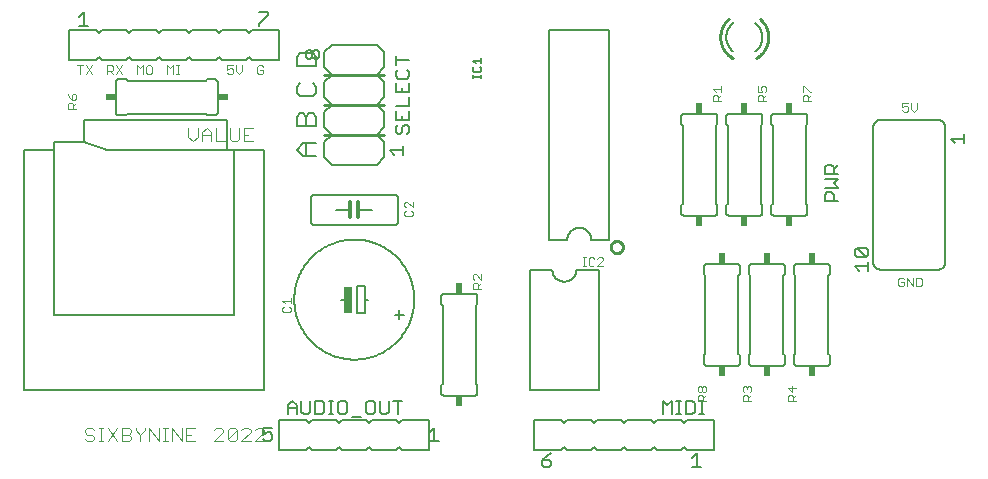
<source format=gto>
G75*
%MOIN*%
%OFA0B0*%
%FSLAX25Y25*%
%IPPOS*%
%LPD*%
%AMOC8*
5,1,8,0,0,1.08239X$1,22.5*
%
%ADD10C,0.01000*%
%ADD11C,0.00600*%
%ADD12C,0.00300*%
%ADD13C,0.00400*%
%ADD14C,0.00500*%
%ADD15C,0.00800*%
%ADD16R,0.02400X0.03400*%
%ADD17R,0.02500X0.09000*%
%ADD18C,0.01200*%
%ADD19R,0.03400X0.02400*%
D10*
X0207300Y0084300D02*
X0207302Y0084389D01*
X0207308Y0084478D01*
X0207318Y0084567D01*
X0207332Y0084655D01*
X0207349Y0084742D01*
X0207371Y0084828D01*
X0207397Y0084914D01*
X0207426Y0084998D01*
X0207459Y0085081D01*
X0207495Y0085162D01*
X0207536Y0085242D01*
X0207579Y0085319D01*
X0207626Y0085395D01*
X0207677Y0085468D01*
X0207730Y0085539D01*
X0207787Y0085608D01*
X0207847Y0085674D01*
X0207910Y0085738D01*
X0207975Y0085798D01*
X0208043Y0085856D01*
X0208114Y0085910D01*
X0208187Y0085961D01*
X0208262Y0086009D01*
X0208339Y0086054D01*
X0208418Y0086095D01*
X0208499Y0086132D01*
X0208581Y0086166D01*
X0208665Y0086197D01*
X0208750Y0086223D01*
X0208836Y0086246D01*
X0208923Y0086264D01*
X0209011Y0086279D01*
X0209100Y0086290D01*
X0209189Y0086297D01*
X0209278Y0086300D01*
X0209367Y0086299D01*
X0209456Y0086294D01*
X0209544Y0086285D01*
X0209633Y0086272D01*
X0209720Y0086255D01*
X0209807Y0086235D01*
X0209893Y0086210D01*
X0209977Y0086182D01*
X0210060Y0086150D01*
X0210142Y0086114D01*
X0210222Y0086075D01*
X0210300Y0086032D01*
X0210376Y0085986D01*
X0210450Y0085936D01*
X0210522Y0085883D01*
X0210591Y0085827D01*
X0210658Y0085768D01*
X0210722Y0085706D01*
X0210783Y0085642D01*
X0210842Y0085574D01*
X0210897Y0085504D01*
X0210949Y0085432D01*
X0210998Y0085357D01*
X0211043Y0085281D01*
X0211085Y0085202D01*
X0211123Y0085122D01*
X0211158Y0085040D01*
X0211189Y0084956D01*
X0211217Y0084871D01*
X0211240Y0084785D01*
X0211260Y0084698D01*
X0211276Y0084611D01*
X0211288Y0084522D01*
X0211296Y0084434D01*
X0211300Y0084345D01*
X0211300Y0084255D01*
X0211296Y0084166D01*
X0211288Y0084078D01*
X0211276Y0083989D01*
X0211260Y0083902D01*
X0211240Y0083815D01*
X0211217Y0083729D01*
X0211189Y0083644D01*
X0211158Y0083560D01*
X0211123Y0083478D01*
X0211085Y0083398D01*
X0211043Y0083319D01*
X0210998Y0083243D01*
X0210949Y0083168D01*
X0210897Y0083096D01*
X0210842Y0083026D01*
X0210783Y0082958D01*
X0210722Y0082894D01*
X0210658Y0082832D01*
X0210591Y0082773D01*
X0210522Y0082717D01*
X0210450Y0082664D01*
X0210376Y0082614D01*
X0210300Y0082568D01*
X0210222Y0082525D01*
X0210142Y0082486D01*
X0210060Y0082450D01*
X0209977Y0082418D01*
X0209893Y0082390D01*
X0209807Y0082365D01*
X0209720Y0082345D01*
X0209633Y0082328D01*
X0209544Y0082315D01*
X0209456Y0082306D01*
X0209367Y0082301D01*
X0209278Y0082300D01*
X0209189Y0082303D01*
X0209100Y0082310D01*
X0209011Y0082321D01*
X0208923Y0082336D01*
X0208836Y0082354D01*
X0208750Y0082377D01*
X0208665Y0082403D01*
X0208581Y0082434D01*
X0208499Y0082468D01*
X0208418Y0082505D01*
X0208339Y0082546D01*
X0208262Y0082591D01*
X0208187Y0082639D01*
X0208114Y0082690D01*
X0208043Y0082744D01*
X0207975Y0082802D01*
X0207910Y0082862D01*
X0207847Y0082926D01*
X0207787Y0082992D01*
X0207730Y0083061D01*
X0207677Y0083132D01*
X0207626Y0083205D01*
X0207579Y0083281D01*
X0207536Y0083358D01*
X0207495Y0083438D01*
X0207459Y0083519D01*
X0207426Y0083602D01*
X0207397Y0083686D01*
X0207371Y0083772D01*
X0207349Y0083858D01*
X0207332Y0083945D01*
X0207318Y0084033D01*
X0207308Y0084122D01*
X0207302Y0084211D01*
X0207300Y0084300D01*
X0131800Y0121800D02*
X0111800Y0121800D01*
X0111800Y0131800D02*
X0131800Y0131800D01*
X0131800Y0141800D02*
X0111800Y0141800D01*
X0255769Y0147354D02*
X0255938Y0147453D01*
X0256104Y0147557D01*
X0256268Y0147664D01*
X0256429Y0147775D01*
X0256587Y0147890D01*
X0256742Y0148009D01*
X0256895Y0148132D01*
X0257044Y0148258D01*
X0257190Y0148388D01*
X0257333Y0148522D01*
X0257473Y0148659D01*
X0257609Y0148799D01*
X0257742Y0148943D01*
X0257871Y0149090D01*
X0257997Y0149240D01*
X0258118Y0149393D01*
X0258237Y0149549D01*
X0258351Y0149708D01*
X0258461Y0149869D01*
X0258567Y0150034D01*
X0258670Y0150200D01*
X0258768Y0150370D01*
X0258862Y0150541D01*
X0258952Y0150715D01*
X0259037Y0150891D01*
X0259119Y0151069D01*
X0259195Y0151249D01*
X0259268Y0151431D01*
X0259336Y0151614D01*
X0259399Y0151799D01*
X0259458Y0151986D01*
X0259512Y0152174D01*
X0259562Y0152363D01*
X0259607Y0152553D01*
X0259647Y0152745D01*
X0259683Y0152937D01*
X0259714Y0153130D01*
X0259740Y0153324D01*
X0259762Y0153519D01*
X0259778Y0153714D01*
X0259790Y0153909D01*
X0259798Y0154105D01*
X0259800Y0154300D01*
X0248035Y0147241D02*
X0247867Y0147334D01*
X0247701Y0147430D01*
X0247537Y0147530D01*
X0247376Y0147635D01*
X0247217Y0147743D01*
X0247061Y0147855D01*
X0246907Y0147971D01*
X0246757Y0148090D01*
X0246609Y0148213D01*
X0246464Y0148339D01*
X0246323Y0148469D01*
X0246184Y0148602D01*
X0246049Y0148739D01*
X0245917Y0148879D01*
X0245789Y0149021D01*
X0245664Y0149167D01*
X0245542Y0149316D01*
X0245424Y0149468D01*
X0245310Y0149622D01*
X0245200Y0149780D01*
X0245093Y0149939D01*
X0244990Y0150102D01*
X0244891Y0150267D01*
X0244796Y0150434D01*
X0244706Y0150603D01*
X0244619Y0150774D01*
X0244536Y0150948D01*
X0244458Y0151123D01*
X0244384Y0151301D01*
X0244314Y0151480D01*
X0244248Y0151660D01*
X0244187Y0151842D01*
X0244130Y0152026D01*
X0244078Y0152211D01*
X0244030Y0152397D01*
X0243986Y0152584D01*
X0243947Y0152772D01*
X0243913Y0152961D01*
X0243883Y0153151D01*
X0243858Y0153341D01*
X0243837Y0153532D01*
X0243821Y0153724D01*
X0243809Y0153916D01*
X0243802Y0154108D01*
X0243800Y0154300D01*
X0256968Y0160407D02*
X0257114Y0160280D01*
X0257256Y0160151D01*
X0257396Y0160017D01*
X0257532Y0159881D01*
X0257665Y0159741D01*
X0257795Y0159598D01*
X0257921Y0159451D01*
X0258043Y0159302D01*
X0258162Y0159150D01*
X0258277Y0158995D01*
X0258389Y0158838D01*
X0258496Y0158678D01*
X0258600Y0158515D01*
X0258699Y0158349D01*
X0258795Y0158182D01*
X0258887Y0158012D01*
X0258974Y0157840D01*
X0259058Y0157666D01*
X0259137Y0157490D01*
X0259211Y0157312D01*
X0259282Y0157132D01*
X0259348Y0156951D01*
X0259410Y0156768D01*
X0259467Y0156584D01*
X0259520Y0156398D01*
X0259568Y0156211D01*
X0259612Y0156023D01*
X0259651Y0155834D01*
X0259686Y0155644D01*
X0259716Y0155454D01*
X0259742Y0155263D01*
X0259763Y0155071D01*
X0259779Y0154878D01*
X0259791Y0154686D01*
X0259798Y0154493D01*
X0259800Y0154300D01*
X0246678Y0160446D02*
X0246530Y0160319D01*
X0246385Y0160189D01*
X0246244Y0160056D01*
X0246105Y0159919D01*
X0245970Y0159779D01*
X0245839Y0159635D01*
X0245711Y0159488D01*
X0245586Y0159339D01*
X0245465Y0159186D01*
X0245348Y0159031D01*
X0245235Y0158872D01*
X0245126Y0158711D01*
X0245021Y0158547D01*
X0244919Y0158381D01*
X0244822Y0158212D01*
X0244729Y0158042D01*
X0244640Y0157868D01*
X0244555Y0157693D01*
X0244475Y0157516D01*
X0244399Y0157337D01*
X0244327Y0157156D01*
X0244260Y0156973D01*
X0244197Y0156789D01*
X0244139Y0156603D01*
X0244085Y0156416D01*
X0244036Y0156228D01*
X0243991Y0156038D01*
X0243951Y0155848D01*
X0243916Y0155656D01*
X0243885Y0155464D01*
X0243859Y0155271D01*
X0243838Y0155077D01*
X0243821Y0154883D01*
X0243809Y0154689D01*
X0243802Y0154495D01*
X0243800Y0154300D01*
D11*
X0255483Y0149564D02*
X0255602Y0149658D01*
X0255718Y0149756D01*
X0255832Y0149856D01*
X0255943Y0149960D01*
X0256051Y0150066D01*
X0256157Y0150174D01*
X0256259Y0150286D01*
X0256359Y0150400D01*
X0256457Y0150516D01*
X0256551Y0150635D01*
X0256642Y0150756D01*
X0256730Y0150880D01*
X0256815Y0151006D01*
X0256896Y0151133D01*
X0256975Y0151263D01*
X0257050Y0151395D01*
X0257121Y0151528D01*
X0257190Y0151664D01*
X0257255Y0151801D01*
X0257316Y0151939D01*
X0257374Y0152080D01*
X0257428Y0152221D01*
X0257479Y0152364D01*
X0257526Y0152508D01*
X0257570Y0152653D01*
X0257609Y0152800D01*
X0257645Y0152947D01*
X0257678Y0153095D01*
X0257706Y0153244D01*
X0257731Y0153394D01*
X0257752Y0153544D01*
X0257769Y0153694D01*
X0257783Y0153846D01*
X0257792Y0153997D01*
X0257798Y0154148D01*
X0257800Y0154300D01*
X0248200Y0149500D02*
X0248081Y0149592D01*
X0247964Y0149686D01*
X0247850Y0149784D01*
X0247738Y0149884D01*
X0247628Y0149988D01*
X0247522Y0150093D01*
X0247417Y0150202D01*
X0247316Y0150313D01*
X0247218Y0150427D01*
X0247122Y0150543D01*
X0247029Y0150661D01*
X0246940Y0150782D01*
X0246853Y0150905D01*
X0246770Y0151030D01*
X0246689Y0151157D01*
X0246612Y0151286D01*
X0246538Y0151417D01*
X0246467Y0151550D01*
X0246400Y0151684D01*
X0246336Y0151820D01*
X0246276Y0151958D01*
X0246219Y0152097D01*
X0246166Y0152238D01*
X0246116Y0152380D01*
X0246069Y0152523D01*
X0246027Y0152667D01*
X0245987Y0152812D01*
X0245952Y0152958D01*
X0245920Y0153105D01*
X0245892Y0153253D01*
X0245868Y0153401D01*
X0245847Y0153550D01*
X0245830Y0153700D01*
X0245817Y0153849D01*
X0245808Y0153999D01*
X0245802Y0154150D01*
X0245800Y0154300D01*
X0255483Y0159036D02*
X0255602Y0158942D01*
X0255718Y0158844D01*
X0255832Y0158744D01*
X0255943Y0158640D01*
X0256051Y0158534D01*
X0256157Y0158426D01*
X0256259Y0158314D01*
X0256359Y0158200D01*
X0256457Y0158084D01*
X0256551Y0157965D01*
X0256642Y0157844D01*
X0256730Y0157720D01*
X0256815Y0157594D01*
X0256896Y0157467D01*
X0256975Y0157337D01*
X0257050Y0157205D01*
X0257121Y0157072D01*
X0257190Y0156936D01*
X0257255Y0156799D01*
X0257316Y0156661D01*
X0257374Y0156520D01*
X0257428Y0156379D01*
X0257479Y0156236D01*
X0257526Y0156092D01*
X0257570Y0155947D01*
X0257609Y0155800D01*
X0257645Y0155653D01*
X0257678Y0155505D01*
X0257706Y0155356D01*
X0257731Y0155206D01*
X0257752Y0155056D01*
X0257769Y0154906D01*
X0257783Y0154754D01*
X0257792Y0154603D01*
X0257798Y0154452D01*
X0257800Y0154300D01*
X0248313Y0159182D02*
X0248188Y0159091D01*
X0248066Y0158997D01*
X0247947Y0158899D01*
X0247830Y0158799D01*
X0247716Y0158695D01*
X0247604Y0158589D01*
X0247496Y0158480D01*
X0247390Y0158368D01*
X0247287Y0158253D01*
X0247187Y0158136D01*
X0247089Y0158016D01*
X0246996Y0157894D01*
X0246905Y0157770D01*
X0246817Y0157643D01*
X0246733Y0157514D01*
X0246652Y0157382D01*
X0246575Y0157249D01*
X0246501Y0157114D01*
X0246430Y0156977D01*
X0246363Y0156838D01*
X0246300Y0156698D01*
X0246240Y0156555D01*
X0246184Y0156412D01*
X0246132Y0156267D01*
X0246083Y0156121D01*
X0246038Y0155973D01*
X0245997Y0155825D01*
X0245960Y0155675D01*
X0245926Y0155525D01*
X0245897Y0155373D01*
X0245871Y0155221D01*
X0245849Y0155069D01*
X0245832Y0154916D01*
X0245818Y0154762D01*
X0245808Y0154608D01*
X0245802Y0154454D01*
X0245800Y0154300D01*
X0246800Y0128800D02*
X0256800Y0128800D01*
X0256860Y0128798D01*
X0256921Y0128793D01*
X0256980Y0128784D01*
X0257039Y0128771D01*
X0257098Y0128755D01*
X0257155Y0128735D01*
X0257210Y0128712D01*
X0257265Y0128685D01*
X0257317Y0128656D01*
X0257368Y0128623D01*
X0257417Y0128587D01*
X0257463Y0128549D01*
X0257507Y0128507D01*
X0257549Y0128463D01*
X0257587Y0128417D01*
X0257623Y0128368D01*
X0257656Y0128317D01*
X0257685Y0128265D01*
X0257712Y0128210D01*
X0257735Y0128155D01*
X0257755Y0128098D01*
X0257771Y0128039D01*
X0257784Y0127980D01*
X0257793Y0127921D01*
X0257798Y0127860D01*
X0257800Y0127800D01*
X0257800Y0125300D01*
X0257300Y0124800D01*
X0257300Y0098800D01*
X0257800Y0098300D01*
X0257800Y0095800D01*
X0257798Y0095740D01*
X0257793Y0095679D01*
X0257784Y0095620D01*
X0257771Y0095561D01*
X0257755Y0095502D01*
X0257735Y0095445D01*
X0257712Y0095390D01*
X0257685Y0095335D01*
X0257656Y0095283D01*
X0257623Y0095232D01*
X0257587Y0095183D01*
X0257549Y0095137D01*
X0257507Y0095093D01*
X0257463Y0095051D01*
X0257417Y0095013D01*
X0257368Y0094977D01*
X0257317Y0094944D01*
X0257265Y0094915D01*
X0257210Y0094888D01*
X0257155Y0094865D01*
X0257098Y0094845D01*
X0257039Y0094829D01*
X0256980Y0094816D01*
X0256921Y0094807D01*
X0256860Y0094802D01*
X0256800Y0094800D01*
X0246800Y0094800D01*
X0246740Y0094802D01*
X0246679Y0094807D01*
X0246620Y0094816D01*
X0246561Y0094829D01*
X0246502Y0094845D01*
X0246445Y0094865D01*
X0246390Y0094888D01*
X0246335Y0094915D01*
X0246283Y0094944D01*
X0246232Y0094977D01*
X0246183Y0095013D01*
X0246137Y0095051D01*
X0246093Y0095093D01*
X0246051Y0095137D01*
X0246013Y0095183D01*
X0245977Y0095232D01*
X0245944Y0095283D01*
X0245915Y0095335D01*
X0245888Y0095390D01*
X0245865Y0095445D01*
X0245845Y0095502D01*
X0245829Y0095561D01*
X0245816Y0095620D01*
X0245807Y0095679D01*
X0245802Y0095740D01*
X0245800Y0095800D01*
X0245800Y0098300D01*
X0246300Y0098800D01*
X0246300Y0124800D01*
X0245800Y0125300D01*
X0245800Y0127800D01*
X0245802Y0127860D01*
X0245807Y0127921D01*
X0245816Y0127980D01*
X0245829Y0128039D01*
X0245845Y0128098D01*
X0245865Y0128155D01*
X0245888Y0128210D01*
X0245915Y0128265D01*
X0245944Y0128317D01*
X0245977Y0128368D01*
X0246013Y0128417D01*
X0246051Y0128463D01*
X0246093Y0128507D01*
X0246137Y0128549D01*
X0246183Y0128587D01*
X0246232Y0128623D01*
X0246283Y0128656D01*
X0246335Y0128685D01*
X0246390Y0128712D01*
X0246445Y0128735D01*
X0246502Y0128755D01*
X0246561Y0128771D01*
X0246620Y0128784D01*
X0246679Y0128793D01*
X0246740Y0128798D01*
X0246800Y0128800D01*
X0242800Y0127800D02*
X0242800Y0125300D01*
X0242300Y0124800D01*
X0242300Y0098800D01*
X0242800Y0098300D01*
X0242800Y0095800D01*
X0242798Y0095740D01*
X0242793Y0095679D01*
X0242784Y0095620D01*
X0242771Y0095561D01*
X0242755Y0095502D01*
X0242735Y0095445D01*
X0242712Y0095390D01*
X0242685Y0095335D01*
X0242656Y0095283D01*
X0242623Y0095232D01*
X0242587Y0095183D01*
X0242549Y0095137D01*
X0242507Y0095093D01*
X0242463Y0095051D01*
X0242417Y0095013D01*
X0242368Y0094977D01*
X0242317Y0094944D01*
X0242265Y0094915D01*
X0242210Y0094888D01*
X0242155Y0094865D01*
X0242098Y0094845D01*
X0242039Y0094829D01*
X0241980Y0094816D01*
X0241921Y0094807D01*
X0241860Y0094802D01*
X0241800Y0094800D01*
X0231800Y0094800D01*
X0231740Y0094802D01*
X0231679Y0094807D01*
X0231620Y0094816D01*
X0231561Y0094829D01*
X0231502Y0094845D01*
X0231445Y0094865D01*
X0231390Y0094888D01*
X0231335Y0094915D01*
X0231283Y0094944D01*
X0231232Y0094977D01*
X0231183Y0095013D01*
X0231137Y0095051D01*
X0231093Y0095093D01*
X0231051Y0095137D01*
X0231013Y0095183D01*
X0230977Y0095232D01*
X0230944Y0095283D01*
X0230915Y0095335D01*
X0230888Y0095390D01*
X0230865Y0095445D01*
X0230845Y0095502D01*
X0230829Y0095561D01*
X0230816Y0095620D01*
X0230807Y0095679D01*
X0230802Y0095740D01*
X0230800Y0095800D01*
X0230800Y0098300D01*
X0231300Y0098800D01*
X0231300Y0124800D01*
X0230800Y0125300D01*
X0230800Y0127800D01*
X0230802Y0127860D01*
X0230807Y0127921D01*
X0230816Y0127980D01*
X0230829Y0128039D01*
X0230845Y0128098D01*
X0230865Y0128155D01*
X0230888Y0128210D01*
X0230915Y0128265D01*
X0230944Y0128317D01*
X0230977Y0128368D01*
X0231013Y0128417D01*
X0231051Y0128463D01*
X0231093Y0128507D01*
X0231137Y0128549D01*
X0231183Y0128587D01*
X0231232Y0128623D01*
X0231283Y0128656D01*
X0231335Y0128685D01*
X0231390Y0128712D01*
X0231445Y0128735D01*
X0231502Y0128755D01*
X0231561Y0128771D01*
X0231620Y0128784D01*
X0231679Y0128793D01*
X0231740Y0128798D01*
X0231800Y0128800D01*
X0241800Y0128800D01*
X0241860Y0128798D01*
X0241921Y0128793D01*
X0241980Y0128784D01*
X0242039Y0128771D01*
X0242098Y0128755D01*
X0242155Y0128735D01*
X0242210Y0128712D01*
X0242265Y0128685D01*
X0242317Y0128656D01*
X0242368Y0128623D01*
X0242417Y0128587D01*
X0242463Y0128549D01*
X0242507Y0128507D01*
X0242549Y0128463D01*
X0242587Y0128417D01*
X0242623Y0128368D01*
X0242656Y0128317D01*
X0242685Y0128265D01*
X0242712Y0128210D01*
X0242735Y0128155D01*
X0242755Y0128098D01*
X0242771Y0128039D01*
X0242784Y0127980D01*
X0242793Y0127921D01*
X0242798Y0127860D01*
X0242800Y0127800D01*
X0260800Y0127800D02*
X0260800Y0125300D01*
X0261300Y0124800D01*
X0261300Y0098800D01*
X0260800Y0098300D01*
X0260800Y0095800D01*
X0260802Y0095740D01*
X0260807Y0095679D01*
X0260816Y0095620D01*
X0260829Y0095561D01*
X0260845Y0095502D01*
X0260865Y0095445D01*
X0260888Y0095390D01*
X0260915Y0095335D01*
X0260944Y0095283D01*
X0260977Y0095232D01*
X0261013Y0095183D01*
X0261051Y0095137D01*
X0261093Y0095093D01*
X0261137Y0095051D01*
X0261183Y0095013D01*
X0261232Y0094977D01*
X0261283Y0094944D01*
X0261335Y0094915D01*
X0261390Y0094888D01*
X0261445Y0094865D01*
X0261502Y0094845D01*
X0261561Y0094829D01*
X0261620Y0094816D01*
X0261679Y0094807D01*
X0261740Y0094802D01*
X0261800Y0094800D01*
X0271800Y0094800D01*
X0271860Y0094802D01*
X0271921Y0094807D01*
X0271980Y0094816D01*
X0272039Y0094829D01*
X0272098Y0094845D01*
X0272155Y0094865D01*
X0272210Y0094888D01*
X0272265Y0094915D01*
X0272317Y0094944D01*
X0272368Y0094977D01*
X0272417Y0095013D01*
X0272463Y0095051D01*
X0272507Y0095093D01*
X0272549Y0095137D01*
X0272587Y0095183D01*
X0272623Y0095232D01*
X0272656Y0095283D01*
X0272685Y0095335D01*
X0272712Y0095390D01*
X0272735Y0095445D01*
X0272755Y0095502D01*
X0272771Y0095561D01*
X0272784Y0095620D01*
X0272793Y0095679D01*
X0272798Y0095740D01*
X0272800Y0095800D01*
X0272800Y0098300D01*
X0272300Y0098800D01*
X0272300Y0124800D01*
X0272800Y0125300D01*
X0272800Y0127800D01*
X0272798Y0127860D01*
X0272793Y0127921D01*
X0272784Y0127980D01*
X0272771Y0128039D01*
X0272755Y0128098D01*
X0272735Y0128155D01*
X0272712Y0128210D01*
X0272685Y0128265D01*
X0272656Y0128317D01*
X0272623Y0128368D01*
X0272587Y0128417D01*
X0272549Y0128463D01*
X0272507Y0128507D01*
X0272463Y0128549D01*
X0272417Y0128587D01*
X0272368Y0128623D01*
X0272317Y0128656D01*
X0272265Y0128685D01*
X0272210Y0128712D01*
X0272155Y0128735D01*
X0272098Y0128755D01*
X0272039Y0128771D01*
X0271980Y0128784D01*
X0271921Y0128793D01*
X0271860Y0128798D01*
X0271800Y0128800D01*
X0261800Y0128800D01*
X0261740Y0128798D01*
X0261679Y0128793D01*
X0261620Y0128784D01*
X0261561Y0128771D01*
X0261502Y0128755D01*
X0261445Y0128735D01*
X0261390Y0128712D01*
X0261335Y0128685D01*
X0261283Y0128656D01*
X0261232Y0128623D01*
X0261183Y0128587D01*
X0261137Y0128549D01*
X0261093Y0128507D01*
X0261051Y0128463D01*
X0261013Y0128417D01*
X0260977Y0128368D01*
X0260944Y0128317D01*
X0260915Y0128265D01*
X0260888Y0128210D01*
X0260865Y0128155D01*
X0260845Y0128098D01*
X0260829Y0128039D01*
X0260816Y0127980D01*
X0260807Y0127921D01*
X0260802Y0127860D01*
X0260800Y0127800D01*
X0294800Y0124300D02*
X0294800Y0079300D01*
X0294802Y0079202D01*
X0294808Y0079104D01*
X0294817Y0079006D01*
X0294831Y0078909D01*
X0294848Y0078812D01*
X0294869Y0078716D01*
X0294894Y0078621D01*
X0294922Y0078527D01*
X0294955Y0078435D01*
X0294990Y0078343D01*
X0295030Y0078253D01*
X0295072Y0078165D01*
X0295119Y0078078D01*
X0295168Y0077994D01*
X0295221Y0077911D01*
X0295277Y0077831D01*
X0295337Y0077752D01*
X0295399Y0077676D01*
X0295464Y0077603D01*
X0295532Y0077532D01*
X0295603Y0077464D01*
X0295676Y0077399D01*
X0295752Y0077337D01*
X0295831Y0077277D01*
X0295911Y0077221D01*
X0295994Y0077168D01*
X0296078Y0077119D01*
X0296165Y0077072D01*
X0296253Y0077030D01*
X0296343Y0076990D01*
X0296435Y0076955D01*
X0296527Y0076922D01*
X0296621Y0076894D01*
X0296716Y0076869D01*
X0296812Y0076848D01*
X0296909Y0076831D01*
X0297006Y0076817D01*
X0297104Y0076808D01*
X0297202Y0076802D01*
X0297300Y0076800D01*
X0316300Y0076800D01*
X0316398Y0076802D01*
X0316496Y0076808D01*
X0316594Y0076817D01*
X0316691Y0076831D01*
X0316788Y0076848D01*
X0316884Y0076869D01*
X0316979Y0076894D01*
X0317073Y0076922D01*
X0317165Y0076955D01*
X0317257Y0076990D01*
X0317347Y0077030D01*
X0317435Y0077072D01*
X0317522Y0077119D01*
X0317606Y0077168D01*
X0317689Y0077221D01*
X0317769Y0077277D01*
X0317848Y0077337D01*
X0317924Y0077399D01*
X0317997Y0077464D01*
X0318068Y0077532D01*
X0318136Y0077603D01*
X0318201Y0077676D01*
X0318263Y0077752D01*
X0318323Y0077831D01*
X0318379Y0077911D01*
X0318432Y0077994D01*
X0318481Y0078078D01*
X0318528Y0078165D01*
X0318570Y0078253D01*
X0318610Y0078343D01*
X0318645Y0078435D01*
X0318678Y0078527D01*
X0318706Y0078621D01*
X0318731Y0078716D01*
X0318752Y0078812D01*
X0318769Y0078909D01*
X0318783Y0079006D01*
X0318792Y0079104D01*
X0318798Y0079202D01*
X0318800Y0079300D01*
X0318800Y0124300D01*
X0318798Y0124398D01*
X0318792Y0124496D01*
X0318783Y0124594D01*
X0318769Y0124691D01*
X0318752Y0124788D01*
X0318731Y0124884D01*
X0318706Y0124979D01*
X0318678Y0125073D01*
X0318645Y0125165D01*
X0318610Y0125257D01*
X0318570Y0125347D01*
X0318528Y0125435D01*
X0318481Y0125522D01*
X0318432Y0125606D01*
X0318379Y0125689D01*
X0318323Y0125769D01*
X0318263Y0125848D01*
X0318201Y0125924D01*
X0318136Y0125997D01*
X0318068Y0126068D01*
X0317997Y0126136D01*
X0317924Y0126201D01*
X0317848Y0126263D01*
X0317769Y0126323D01*
X0317689Y0126379D01*
X0317606Y0126432D01*
X0317522Y0126481D01*
X0317435Y0126528D01*
X0317347Y0126570D01*
X0317257Y0126610D01*
X0317165Y0126645D01*
X0317073Y0126678D01*
X0316979Y0126706D01*
X0316884Y0126731D01*
X0316788Y0126752D01*
X0316691Y0126769D01*
X0316594Y0126783D01*
X0316496Y0126792D01*
X0316398Y0126798D01*
X0316300Y0126800D01*
X0297300Y0126800D01*
X0297202Y0126798D01*
X0297104Y0126792D01*
X0297006Y0126783D01*
X0296909Y0126769D01*
X0296812Y0126752D01*
X0296716Y0126731D01*
X0296621Y0126706D01*
X0296527Y0126678D01*
X0296435Y0126645D01*
X0296343Y0126610D01*
X0296253Y0126570D01*
X0296165Y0126528D01*
X0296078Y0126481D01*
X0295994Y0126432D01*
X0295911Y0126379D01*
X0295831Y0126323D01*
X0295752Y0126263D01*
X0295676Y0126201D01*
X0295603Y0126136D01*
X0295532Y0126068D01*
X0295464Y0125997D01*
X0295399Y0125924D01*
X0295337Y0125848D01*
X0295277Y0125769D01*
X0295221Y0125689D01*
X0295168Y0125606D01*
X0295119Y0125522D01*
X0295072Y0125435D01*
X0295030Y0125347D01*
X0294990Y0125257D01*
X0294955Y0125165D01*
X0294922Y0125073D01*
X0294894Y0124979D01*
X0294869Y0124884D01*
X0294848Y0124788D01*
X0294831Y0124691D01*
X0294817Y0124594D01*
X0294808Y0124496D01*
X0294802Y0124398D01*
X0294800Y0124300D01*
X0279300Y0078800D02*
X0269300Y0078800D01*
X0269240Y0078798D01*
X0269179Y0078793D01*
X0269120Y0078784D01*
X0269061Y0078771D01*
X0269002Y0078755D01*
X0268945Y0078735D01*
X0268890Y0078712D01*
X0268835Y0078685D01*
X0268783Y0078656D01*
X0268732Y0078623D01*
X0268683Y0078587D01*
X0268637Y0078549D01*
X0268593Y0078507D01*
X0268551Y0078463D01*
X0268513Y0078417D01*
X0268477Y0078368D01*
X0268444Y0078317D01*
X0268415Y0078265D01*
X0268388Y0078210D01*
X0268365Y0078155D01*
X0268345Y0078098D01*
X0268329Y0078039D01*
X0268316Y0077980D01*
X0268307Y0077921D01*
X0268302Y0077860D01*
X0268300Y0077800D01*
X0268300Y0075300D01*
X0268800Y0074800D01*
X0268800Y0048800D01*
X0268300Y0048300D01*
X0268300Y0045800D01*
X0268302Y0045740D01*
X0268307Y0045679D01*
X0268316Y0045620D01*
X0268329Y0045561D01*
X0268345Y0045502D01*
X0268365Y0045445D01*
X0268388Y0045390D01*
X0268415Y0045335D01*
X0268444Y0045283D01*
X0268477Y0045232D01*
X0268513Y0045183D01*
X0268551Y0045137D01*
X0268593Y0045093D01*
X0268637Y0045051D01*
X0268683Y0045013D01*
X0268732Y0044977D01*
X0268783Y0044944D01*
X0268835Y0044915D01*
X0268890Y0044888D01*
X0268945Y0044865D01*
X0269002Y0044845D01*
X0269061Y0044829D01*
X0269120Y0044816D01*
X0269179Y0044807D01*
X0269240Y0044802D01*
X0269300Y0044800D01*
X0279300Y0044800D01*
X0279360Y0044802D01*
X0279421Y0044807D01*
X0279480Y0044816D01*
X0279539Y0044829D01*
X0279598Y0044845D01*
X0279655Y0044865D01*
X0279710Y0044888D01*
X0279765Y0044915D01*
X0279817Y0044944D01*
X0279868Y0044977D01*
X0279917Y0045013D01*
X0279963Y0045051D01*
X0280007Y0045093D01*
X0280049Y0045137D01*
X0280087Y0045183D01*
X0280123Y0045232D01*
X0280156Y0045283D01*
X0280185Y0045335D01*
X0280212Y0045390D01*
X0280235Y0045445D01*
X0280255Y0045502D01*
X0280271Y0045561D01*
X0280284Y0045620D01*
X0280293Y0045679D01*
X0280298Y0045740D01*
X0280300Y0045800D01*
X0280300Y0048300D01*
X0279800Y0048800D01*
X0279800Y0074800D01*
X0280300Y0075300D01*
X0280300Y0077800D01*
X0280298Y0077860D01*
X0280293Y0077921D01*
X0280284Y0077980D01*
X0280271Y0078039D01*
X0280255Y0078098D01*
X0280235Y0078155D01*
X0280212Y0078210D01*
X0280185Y0078265D01*
X0280156Y0078317D01*
X0280123Y0078368D01*
X0280087Y0078417D01*
X0280049Y0078463D01*
X0280007Y0078507D01*
X0279963Y0078549D01*
X0279917Y0078587D01*
X0279868Y0078623D01*
X0279817Y0078656D01*
X0279765Y0078685D01*
X0279710Y0078712D01*
X0279655Y0078735D01*
X0279598Y0078755D01*
X0279539Y0078771D01*
X0279480Y0078784D01*
X0279421Y0078793D01*
X0279360Y0078798D01*
X0279300Y0078800D01*
X0265300Y0077800D02*
X0265300Y0075300D01*
X0264800Y0074800D01*
X0264800Y0048800D01*
X0265300Y0048300D01*
X0265300Y0045800D01*
X0265298Y0045740D01*
X0265293Y0045679D01*
X0265284Y0045620D01*
X0265271Y0045561D01*
X0265255Y0045502D01*
X0265235Y0045445D01*
X0265212Y0045390D01*
X0265185Y0045335D01*
X0265156Y0045283D01*
X0265123Y0045232D01*
X0265087Y0045183D01*
X0265049Y0045137D01*
X0265007Y0045093D01*
X0264963Y0045051D01*
X0264917Y0045013D01*
X0264868Y0044977D01*
X0264817Y0044944D01*
X0264765Y0044915D01*
X0264710Y0044888D01*
X0264655Y0044865D01*
X0264598Y0044845D01*
X0264539Y0044829D01*
X0264480Y0044816D01*
X0264421Y0044807D01*
X0264360Y0044802D01*
X0264300Y0044800D01*
X0254300Y0044800D01*
X0254240Y0044802D01*
X0254179Y0044807D01*
X0254120Y0044816D01*
X0254061Y0044829D01*
X0254002Y0044845D01*
X0253945Y0044865D01*
X0253890Y0044888D01*
X0253835Y0044915D01*
X0253783Y0044944D01*
X0253732Y0044977D01*
X0253683Y0045013D01*
X0253637Y0045051D01*
X0253593Y0045093D01*
X0253551Y0045137D01*
X0253513Y0045183D01*
X0253477Y0045232D01*
X0253444Y0045283D01*
X0253415Y0045335D01*
X0253388Y0045390D01*
X0253365Y0045445D01*
X0253345Y0045502D01*
X0253329Y0045561D01*
X0253316Y0045620D01*
X0253307Y0045679D01*
X0253302Y0045740D01*
X0253300Y0045800D01*
X0253300Y0048300D01*
X0253800Y0048800D01*
X0253800Y0074800D01*
X0253300Y0075300D01*
X0253300Y0077800D01*
X0253302Y0077860D01*
X0253307Y0077921D01*
X0253316Y0077980D01*
X0253329Y0078039D01*
X0253345Y0078098D01*
X0253365Y0078155D01*
X0253388Y0078210D01*
X0253415Y0078265D01*
X0253444Y0078317D01*
X0253477Y0078368D01*
X0253513Y0078417D01*
X0253551Y0078463D01*
X0253593Y0078507D01*
X0253637Y0078549D01*
X0253683Y0078587D01*
X0253732Y0078623D01*
X0253783Y0078656D01*
X0253835Y0078685D01*
X0253890Y0078712D01*
X0253945Y0078735D01*
X0254002Y0078755D01*
X0254061Y0078771D01*
X0254120Y0078784D01*
X0254179Y0078793D01*
X0254240Y0078798D01*
X0254300Y0078800D01*
X0264300Y0078800D01*
X0264360Y0078798D01*
X0264421Y0078793D01*
X0264480Y0078784D01*
X0264539Y0078771D01*
X0264598Y0078755D01*
X0264655Y0078735D01*
X0264710Y0078712D01*
X0264765Y0078685D01*
X0264817Y0078656D01*
X0264868Y0078623D01*
X0264917Y0078587D01*
X0264963Y0078549D01*
X0265007Y0078507D01*
X0265049Y0078463D01*
X0265087Y0078417D01*
X0265123Y0078368D01*
X0265156Y0078317D01*
X0265185Y0078265D01*
X0265212Y0078210D01*
X0265235Y0078155D01*
X0265255Y0078098D01*
X0265271Y0078039D01*
X0265284Y0077980D01*
X0265293Y0077921D01*
X0265298Y0077860D01*
X0265300Y0077800D01*
X0250300Y0077800D02*
X0250300Y0075300D01*
X0249800Y0074800D01*
X0249800Y0048800D01*
X0250300Y0048300D01*
X0250300Y0045800D01*
X0250298Y0045740D01*
X0250293Y0045679D01*
X0250284Y0045620D01*
X0250271Y0045561D01*
X0250255Y0045502D01*
X0250235Y0045445D01*
X0250212Y0045390D01*
X0250185Y0045335D01*
X0250156Y0045283D01*
X0250123Y0045232D01*
X0250087Y0045183D01*
X0250049Y0045137D01*
X0250007Y0045093D01*
X0249963Y0045051D01*
X0249917Y0045013D01*
X0249868Y0044977D01*
X0249817Y0044944D01*
X0249765Y0044915D01*
X0249710Y0044888D01*
X0249655Y0044865D01*
X0249598Y0044845D01*
X0249539Y0044829D01*
X0249480Y0044816D01*
X0249421Y0044807D01*
X0249360Y0044802D01*
X0249300Y0044800D01*
X0239300Y0044800D01*
X0239240Y0044802D01*
X0239179Y0044807D01*
X0239120Y0044816D01*
X0239061Y0044829D01*
X0239002Y0044845D01*
X0238945Y0044865D01*
X0238890Y0044888D01*
X0238835Y0044915D01*
X0238783Y0044944D01*
X0238732Y0044977D01*
X0238683Y0045013D01*
X0238637Y0045051D01*
X0238593Y0045093D01*
X0238551Y0045137D01*
X0238513Y0045183D01*
X0238477Y0045232D01*
X0238444Y0045283D01*
X0238415Y0045335D01*
X0238388Y0045390D01*
X0238365Y0045445D01*
X0238345Y0045502D01*
X0238329Y0045561D01*
X0238316Y0045620D01*
X0238307Y0045679D01*
X0238302Y0045740D01*
X0238300Y0045800D01*
X0238300Y0048300D01*
X0238800Y0048800D01*
X0238800Y0074800D01*
X0238300Y0075300D01*
X0238300Y0077800D01*
X0238302Y0077860D01*
X0238307Y0077921D01*
X0238316Y0077980D01*
X0238329Y0078039D01*
X0238345Y0078098D01*
X0238365Y0078155D01*
X0238388Y0078210D01*
X0238415Y0078265D01*
X0238444Y0078317D01*
X0238477Y0078368D01*
X0238513Y0078417D01*
X0238551Y0078463D01*
X0238593Y0078507D01*
X0238637Y0078549D01*
X0238683Y0078587D01*
X0238732Y0078623D01*
X0238783Y0078656D01*
X0238835Y0078685D01*
X0238890Y0078712D01*
X0238945Y0078735D01*
X0239002Y0078755D01*
X0239061Y0078771D01*
X0239120Y0078784D01*
X0239179Y0078793D01*
X0239240Y0078798D01*
X0239300Y0078800D01*
X0249300Y0078800D01*
X0249360Y0078798D01*
X0249421Y0078793D01*
X0249480Y0078784D01*
X0249539Y0078771D01*
X0249598Y0078755D01*
X0249655Y0078735D01*
X0249710Y0078712D01*
X0249765Y0078685D01*
X0249817Y0078656D01*
X0249868Y0078623D01*
X0249917Y0078587D01*
X0249963Y0078549D01*
X0250007Y0078507D01*
X0250049Y0078463D01*
X0250087Y0078417D01*
X0250123Y0078368D01*
X0250156Y0078317D01*
X0250185Y0078265D01*
X0250212Y0078210D01*
X0250235Y0078155D01*
X0250255Y0078098D01*
X0250271Y0078039D01*
X0250284Y0077980D01*
X0250293Y0077921D01*
X0250298Y0077860D01*
X0250300Y0077800D01*
X0203300Y0076800D02*
X0195800Y0076800D01*
X0195798Y0076674D01*
X0195792Y0076549D01*
X0195782Y0076424D01*
X0195768Y0076299D01*
X0195751Y0076174D01*
X0195729Y0076050D01*
X0195704Y0075927D01*
X0195674Y0075805D01*
X0195641Y0075684D01*
X0195604Y0075564D01*
X0195564Y0075445D01*
X0195519Y0075328D01*
X0195471Y0075211D01*
X0195419Y0075097D01*
X0195364Y0074984D01*
X0195305Y0074873D01*
X0195243Y0074764D01*
X0195177Y0074657D01*
X0195108Y0074552D01*
X0195036Y0074449D01*
X0194961Y0074348D01*
X0194882Y0074250D01*
X0194800Y0074155D01*
X0194716Y0074062D01*
X0194628Y0073972D01*
X0194538Y0073884D01*
X0194445Y0073800D01*
X0194350Y0073718D01*
X0194252Y0073639D01*
X0194151Y0073564D01*
X0194048Y0073492D01*
X0193943Y0073423D01*
X0193836Y0073357D01*
X0193727Y0073295D01*
X0193616Y0073236D01*
X0193503Y0073181D01*
X0193389Y0073129D01*
X0193272Y0073081D01*
X0193155Y0073036D01*
X0193036Y0072996D01*
X0192916Y0072959D01*
X0192795Y0072926D01*
X0192673Y0072896D01*
X0192550Y0072871D01*
X0192426Y0072849D01*
X0192301Y0072832D01*
X0192176Y0072818D01*
X0192051Y0072808D01*
X0191926Y0072802D01*
X0191800Y0072800D01*
X0191674Y0072802D01*
X0191549Y0072808D01*
X0191424Y0072818D01*
X0191299Y0072832D01*
X0191174Y0072849D01*
X0191050Y0072871D01*
X0190927Y0072896D01*
X0190805Y0072926D01*
X0190684Y0072959D01*
X0190564Y0072996D01*
X0190445Y0073036D01*
X0190328Y0073081D01*
X0190211Y0073129D01*
X0190097Y0073181D01*
X0189984Y0073236D01*
X0189873Y0073295D01*
X0189764Y0073357D01*
X0189657Y0073423D01*
X0189552Y0073492D01*
X0189449Y0073564D01*
X0189348Y0073639D01*
X0189250Y0073718D01*
X0189155Y0073800D01*
X0189062Y0073884D01*
X0188972Y0073972D01*
X0188884Y0074062D01*
X0188800Y0074155D01*
X0188718Y0074250D01*
X0188639Y0074348D01*
X0188564Y0074449D01*
X0188492Y0074552D01*
X0188423Y0074657D01*
X0188357Y0074764D01*
X0188295Y0074873D01*
X0188236Y0074984D01*
X0188181Y0075097D01*
X0188129Y0075211D01*
X0188081Y0075328D01*
X0188036Y0075445D01*
X0187996Y0075564D01*
X0187959Y0075684D01*
X0187926Y0075805D01*
X0187896Y0075927D01*
X0187871Y0076050D01*
X0187849Y0076174D01*
X0187832Y0076299D01*
X0187818Y0076424D01*
X0187808Y0076549D01*
X0187802Y0076674D01*
X0187800Y0076800D01*
X0180300Y0076800D01*
X0180300Y0036800D01*
X0203300Y0036800D01*
X0203300Y0076800D01*
X0162800Y0067800D02*
X0162800Y0065300D01*
X0162300Y0064800D01*
X0162300Y0038800D01*
X0162800Y0038300D01*
X0162800Y0035800D01*
X0162798Y0035740D01*
X0162793Y0035679D01*
X0162784Y0035620D01*
X0162771Y0035561D01*
X0162755Y0035502D01*
X0162735Y0035445D01*
X0162712Y0035390D01*
X0162685Y0035335D01*
X0162656Y0035283D01*
X0162623Y0035232D01*
X0162587Y0035183D01*
X0162549Y0035137D01*
X0162507Y0035093D01*
X0162463Y0035051D01*
X0162417Y0035013D01*
X0162368Y0034977D01*
X0162317Y0034944D01*
X0162265Y0034915D01*
X0162210Y0034888D01*
X0162155Y0034865D01*
X0162098Y0034845D01*
X0162039Y0034829D01*
X0161980Y0034816D01*
X0161921Y0034807D01*
X0161860Y0034802D01*
X0161800Y0034800D01*
X0151800Y0034800D01*
X0151740Y0034802D01*
X0151679Y0034807D01*
X0151620Y0034816D01*
X0151561Y0034829D01*
X0151502Y0034845D01*
X0151445Y0034865D01*
X0151390Y0034888D01*
X0151335Y0034915D01*
X0151283Y0034944D01*
X0151232Y0034977D01*
X0151183Y0035013D01*
X0151137Y0035051D01*
X0151093Y0035093D01*
X0151051Y0035137D01*
X0151013Y0035183D01*
X0150977Y0035232D01*
X0150944Y0035283D01*
X0150915Y0035335D01*
X0150888Y0035390D01*
X0150865Y0035445D01*
X0150845Y0035502D01*
X0150829Y0035561D01*
X0150816Y0035620D01*
X0150807Y0035679D01*
X0150802Y0035740D01*
X0150800Y0035800D01*
X0150800Y0038300D01*
X0151300Y0038800D01*
X0151300Y0064800D01*
X0150800Y0065300D01*
X0150800Y0067800D01*
X0150802Y0067860D01*
X0150807Y0067921D01*
X0150816Y0067980D01*
X0150829Y0068039D01*
X0150845Y0068098D01*
X0150865Y0068155D01*
X0150888Y0068210D01*
X0150915Y0068265D01*
X0150944Y0068317D01*
X0150977Y0068368D01*
X0151013Y0068417D01*
X0151051Y0068463D01*
X0151093Y0068507D01*
X0151137Y0068549D01*
X0151183Y0068587D01*
X0151232Y0068623D01*
X0151283Y0068656D01*
X0151335Y0068685D01*
X0151390Y0068712D01*
X0151445Y0068735D01*
X0151502Y0068755D01*
X0151561Y0068771D01*
X0151620Y0068784D01*
X0151679Y0068793D01*
X0151740Y0068798D01*
X0151800Y0068800D01*
X0161800Y0068800D01*
X0161860Y0068798D01*
X0161921Y0068793D01*
X0161980Y0068784D01*
X0162039Y0068771D01*
X0162098Y0068755D01*
X0162155Y0068735D01*
X0162210Y0068712D01*
X0162265Y0068685D01*
X0162317Y0068656D01*
X0162368Y0068623D01*
X0162417Y0068587D01*
X0162463Y0068549D01*
X0162507Y0068507D01*
X0162549Y0068463D01*
X0162587Y0068417D01*
X0162623Y0068368D01*
X0162656Y0068317D01*
X0162685Y0068265D01*
X0162712Y0068210D01*
X0162735Y0068155D01*
X0162755Y0068098D01*
X0162771Y0068039D01*
X0162784Y0067980D01*
X0162793Y0067921D01*
X0162798Y0067860D01*
X0162800Y0067800D01*
X0138300Y0061800D02*
X0135300Y0061800D01*
X0136800Y0060300D02*
X0136800Y0063300D01*
X0126300Y0066800D02*
X0125300Y0066800D01*
X0125300Y0062300D01*
X0122800Y0062300D01*
X0122800Y0071300D01*
X0125300Y0071300D01*
X0125300Y0066800D01*
X0101800Y0066800D02*
X0101806Y0067291D01*
X0101824Y0067781D01*
X0101854Y0068271D01*
X0101896Y0068760D01*
X0101950Y0069248D01*
X0102016Y0069735D01*
X0102094Y0070219D01*
X0102184Y0070702D01*
X0102286Y0071182D01*
X0102399Y0071660D01*
X0102524Y0072134D01*
X0102661Y0072606D01*
X0102809Y0073074D01*
X0102969Y0073538D01*
X0103140Y0073998D01*
X0103322Y0074454D01*
X0103516Y0074905D01*
X0103720Y0075351D01*
X0103936Y0075792D01*
X0104162Y0076228D01*
X0104398Y0076658D01*
X0104645Y0077082D01*
X0104903Y0077500D01*
X0105171Y0077911D01*
X0105448Y0078316D01*
X0105736Y0078714D01*
X0106033Y0079105D01*
X0106340Y0079488D01*
X0106656Y0079863D01*
X0106981Y0080231D01*
X0107315Y0080591D01*
X0107658Y0080942D01*
X0108009Y0081285D01*
X0108369Y0081619D01*
X0108737Y0081944D01*
X0109112Y0082260D01*
X0109495Y0082567D01*
X0109886Y0082864D01*
X0110284Y0083152D01*
X0110689Y0083429D01*
X0111100Y0083697D01*
X0111518Y0083955D01*
X0111942Y0084202D01*
X0112372Y0084438D01*
X0112808Y0084664D01*
X0113249Y0084880D01*
X0113695Y0085084D01*
X0114146Y0085278D01*
X0114602Y0085460D01*
X0115062Y0085631D01*
X0115526Y0085791D01*
X0115994Y0085939D01*
X0116466Y0086076D01*
X0116940Y0086201D01*
X0117418Y0086314D01*
X0117898Y0086416D01*
X0118381Y0086506D01*
X0118865Y0086584D01*
X0119352Y0086650D01*
X0119840Y0086704D01*
X0120329Y0086746D01*
X0120819Y0086776D01*
X0121309Y0086794D01*
X0121800Y0086800D01*
X0122291Y0086794D01*
X0122781Y0086776D01*
X0123271Y0086746D01*
X0123760Y0086704D01*
X0124248Y0086650D01*
X0124735Y0086584D01*
X0125219Y0086506D01*
X0125702Y0086416D01*
X0126182Y0086314D01*
X0126660Y0086201D01*
X0127134Y0086076D01*
X0127606Y0085939D01*
X0128074Y0085791D01*
X0128538Y0085631D01*
X0128998Y0085460D01*
X0129454Y0085278D01*
X0129905Y0085084D01*
X0130351Y0084880D01*
X0130792Y0084664D01*
X0131228Y0084438D01*
X0131658Y0084202D01*
X0132082Y0083955D01*
X0132500Y0083697D01*
X0132911Y0083429D01*
X0133316Y0083152D01*
X0133714Y0082864D01*
X0134105Y0082567D01*
X0134488Y0082260D01*
X0134863Y0081944D01*
X0135231Y0081619D01*
X0135591Y0081285D01*
X0135942Y0080942D01*
X0136285Y0080591D01*
X0136619Y0080231D01*
X0136944Y0079863D01*
X0137260Y0079488D01*
X0137567Y0079105D01*
X0137864Y0078714D01*
X0138152Y0078316D01*
X0138429Y0077911D01*
X0138697Y0077500D01*
X0138955Y0077082D01*
X0139202Y0076658D01*
X0139438Y0076228D01*
X0139664Y0075792D01*
X0139880Y0075351D01*
X0140084Y0074905D01*
X0140278Y0074454D01*
X0140460Y0073998D01*
X0140631Y0073538D01*
X0140791Y0073074D01*
X0140939Y0072606D01*
X0141076Y0072134D01*
X0141201Y0071660D01*
X0141314Y0071182D01*
X0141416Y0070702D01*
X0141506Y0070219D01*
X0141584Y0069735D01*
X0141650Y0069248D01*
X0141704Y0068760D01*
X0141746Y0068271D01*
X0141776Y0067781D01*
X0141794Y0067291D01*
X0141800Y0066800D01*
X0141794Y0066309D01*
X0141776Y0065819D01*
X0141746Y0065329D01*
X0141704Y0064840D01*
X0141650Y0064352D01*
X0141584Y0063865D01*
X0141506Y0063381D01*
X0141416Y0062898D01*
X0141314Y0062418D01*
X0141201Y0061940D01*
X0141076Y0061466D01*
X0140939Y0060994D01*
X0140791Y0060526D01*
X0140631Y0060062D01*
X0140460Y0059602D01*
X0140278Y0059146D01*
X0140084Y0058695D01*
X0139880Y0058249D01*
X0139664Y0057808D01*
X0139438Y0057372D01*
X0139202Y0056942D01*
X0138955Y0056518D01*
X0138697Y0056100D01*
X0138429Y0055689D01*
X0138152Y0055284D01*
X0137864Y0054886D01*
X0137567Y0054495D01*
X0137260Y0054112D01*
X0136944Y0053737D01*
X0136619Y0053369D01*
X0136285Y0053009D01*
X0135942Y0052658D01*
X0135591Y0052315D01*
X0135231Y0051981D01*
X0134863Y0051656D01*
X0134488Y0051340D01*
X0134105Y0051033D01*
X0133714Y0050736D01*
X0133316Y0050448D01*
X0132911Y0050171D01*
X0132500Y0049903D01*
X0132082Y0049645D01*
X0131658Y0049398D01*
X0131228Y0049162D01*
X0130792Y0048936D01*
X0130351Y0048720D01*
X0129905Y0048516D01*
X0129454Y0048322D01*
X0128998Y0048140D01*
X0128538Y0047969D01*
X0128074Y0047809D01*
X0127606Y0047661D01*
X0127134Y0047524D01*
X0126660Y0047399D01*
X0126182Y0047286D01*
X0125702Y0047184D01*
X0125219Y0047094D01*
X0124735Y0047016D01*
X0124248Y0046950D01*
X0123760Y0046896D01*
X0123271Y0046854D01*
X0122781Y0046824D01*
X0122291Y0046806D01*
X0121800Y0046800D01*
X0121309Y0046806D01*
X0120819Y0046824D01*
X0120329Y0046854D01*
X0119840Y0046896D01*
X0119352Y0046950D01*
X0118865Y0047016D01*
X0118381Y0047094D01*
X0117898Y0047184D01*
X0117418Y0047286D01*
X0116940Y0047399D01*
X0116466Y0047524D01*
X0115994Y0047661D01*
X0115526Y0047809D01*
X0115062Y0047969D01*
X0114602Y0048140D01*
X0114146Y0048322D01*
X0113695Y0048516D01*
X0113249Y0048720D01*
X0112808Y0048936D01*
X0112372Y0049162D01*
X0111942Y0049398D01*
X0111518Y0049645D01*
X0111100Y0049903D01*
X0110689Y0050171D01*
X0110284Y0050448D01*
X0109886Y0050736D01*
X0109495Y0051033D01*
X0109112Y0051340D01*
X0108737Y0051656D01*
X0108369Y0051981D01*
X0108009Y0052315D01*
X0107658Y0052658D01*
X0107315Y0053009D01*
X0106981Y0053369D01*
X0106656Y0053737D01*
X0106340Y0054112D01*
X0106033Y0054495D01*
X0105736Y0054886D01*
X0105448Y0055284D01*
X0105171Y0055689D01*
X0104903Y0056100D01*
X0104645Y0056518D01*
X0104398Y0056942D01*
X0104162Y0057372D01*
X0103936Y0057808D01*
X0103720Y0058249D01*
X0103516Y0058695D01*
X0103322Y0059146D01*
X0103140Y0059602D01*
X0102969Y0060062D01*
X0102809Y0060526D01*
X0102661Y0060994D01*
X0102524Y0061466D01*
X0102399Y0061940D01*
X0102286Y0062418D01*
X0102184Y0062898D01*
X0102094Y0063381D01*
X0102016Y0063865D01*
X0101950Y0064352D01*
X0101896Y0064840D01*
X0101854Y0065329D01*
X0101824Y0065819D01*
X0101806Y0066309D01*
X0101800Y0066800D01*
X0117300Y0066800D02*
X0119300Y0066800D01*
X0108300Y0091800D02*
X0135300Y0091800D01*
X0135360Y0091802D01*
X0135421Y0091807D01*
X0135480Y0091816D01*
X0135539Y0091829D01*
X0135598Y0091845D01*
X0135655Y0091865D01*
X0135710Y0091888D01*
X0135765Y0091915D01*
X0135817Y0091944D01*
X0135868Y0091977D01*
X0135917Y0092013D01*
X0135963Y0092051D01*
X0136007Y0092093D01*
X0136049Y0092137D01*
X0136087Y0092183D01*
X0136123Y0092232D01*
X0136156Y0092283D01*
X0136185Y0092335D01*
X0136212Y0092390D01*
X0136235Y0092445D01*
X0136255Y0092502D01*
X0136271Y0092561D01*
X0136284Y0092620D01*
X0136293Y0092679D01*
X0136298Y0092740D01*
X0136300Y0092800D01*
X0136300Y0100800D01*
X0136298Y0100860D01*
X0136293Y0100921D01*
X0136284Y0100980D01*
X0136271Y0101039D01*
X0136255Y0101098D01*
X0136235Y0101155D01*
X0136212Y0101210D01*
X0136185Y0101265D01*
X0136156Y0101317D01*
X0136123Y0101368D01*
X0136087Y0101417D01*
X0136049Y0101463D01*
X0136007Y0101507D01*
X0135963Y0101549D01*
X0135917Y0101587D01*
X0135868Y0101623D01*
X0135817Y0101656D01*
X0135765Y0101685D01*
X0135710Y0101712D01*
X0135655Y0101735D01*
X0135598Y0101755D01*
X0135539Y0101771D01*
X0135480Y0101784D01*
X0135421Y0101793D01*
X0135360Y0101798D01*
X0135300Y0101800D01*
X0108300Y0101800D01*
X0108240Y0101798D01*
X0108179Y0101793D01*
X0108120Y0101784D01*
X0108061Y0101771D01*
X0108002Y0101755D01*
X0107945Y0101735D01*
X0107890Y0101712D01*
X0107835Y0101685D01*
X0107783Y0101656D01*
X0107732Y0101623D01*
X0107683Y0101587D01*
X0107637Y0101549D01*
X0107593Y0101507D01*
X0107551Y0101463D01*
X0107513Y0101417D01*
X0107477Y0101368D01*
X0107444Y0101317D01*
X0107415Y0101265D01*
X0107388Y0101210D01*
X0107365Y0101155D01*
X0107345Y0101098D01*
X0107329Y0101039D01*
X0107316Y0100980D01*
X0107307Y0100921D01*
X0107302Y0100860D01*
X0107300Y0100800D01*
X0107300Y0092800D01*
X0107302Y0092740D01*
X0107307Y0092679D01*
X0107316Y0092620D01*
X0107329Y0092561D01*
X0107345Y0092502D01*
X0107365Y0092445D01*
X0107388Y0092390D01*
X0107415Y0092335D01*
X0107444Y0092283D01*
X0107477Y0092232D01*
X0107513Y0092183D01*
X0107551Y0092137D01*
X0107593Y0092093D01*
X0107637Y0092051D01*
X0107683Y0092013D01*
X0107732Y0091977D01*
X0107783Y0091944D01*
X0107835Y0091915D01*
X0107890Y0091888D01*
X0107945Y0091865D01*
X0108002Y0091845D01*
X0108061Y0091829D01*
X0108120Y0091816D01*
X0108179Y0091807D01*
X0108240Y0091802D01*
X0108300Y0091800D01*
X0115800Y0096800D02*
X0120500Y0096800D01*
X0123000Y0096800D02*
X0127800Y0096800D01*
X0129300Y0111800D02*
X0114300Y0111800D01*
X0111800Y0114300D01*
X0111800Y0119300D01*
X0114300Y0121800D01*
X0111800Y0124300D01*
X0111800Y0129300D01*
X0114300Y0131800D01*
X0111800Y0134300D01*
X0111800Y0139300D01*
X0114300Y0141800D01*
X0111800Y0144300D01*
X0111800Y0149300D01*
X0114300Y0151800D01*
X0129300Y0151800D01*
X0131800Y0149300D01*
X0131800Y0144300D01*
X0129300Y0141800D01*
X0131800Y0139300D01*
X0131800Y0134300D01*
X0129300Y0131800D01*
X0131800Y0129300D01*
X0131800Y0124300D01*
X0129300Y0121800D01*
X0131800Y0119300D01*
X0131800Y0114300D01*
X0129300Y0111800D01*
X0109000Y0114600D02*
X0104730Y0114600D01*
X0102595Y0116735D01*
X0104730Y0118870D01*
X0109000Y0118870D01*
X0105797Y0118870D02*
X0105797Y0114600D01*
X0105797Y0124600D02*
X0105797Y0127803D01*
X0106865Y0128870D01*
X0107932Y0128870D01*
X0109000Y0127803D01*
X0109000Y0124600D01*
X0102595Y0124600D01*
X0102595Y0127803D01*
X0103662Y0128870D01*
X0104730Y0128870D01*
X0105797Y0127803D01*
X0103662Y0134600D02*
X0102595Y0135668D01*
X0102595Y0137803D01*
X0103662Y0138870D01*
X0107932Y0138870D02*
X0109000Y0137803D01*
X0109000Y0135668D01*
X0107932Y0134600D01*
X0103662Y0134600D01*
X0102595Y0144600D02*
X0102595Y0147803D01*
X0103662Y0148870D01*
X0107932Y0148870D01*
X0109000Y0147803D01*
X0109000Y0144600D01*
X0102595Y0144600D01*
X0096800Y0146800D02*
X0087800Y0146800D01*
X0086800Y0147800D01*
X0085800Y0146800D01*
X0077800Y0146800D01*
X0076800Y0147800D01*
X0075800Y0146800D01*
X0067800Y0146800D01*
X0066800Y0147800D01*
X0065800Y0146800D01*
X0057800Y0146800D01*
X0056800Y0147800D01*
X0055800Y0146800D01*
X0047800Y0146800D01*
X0046800Y0147800D01*
X0045800Y0146800D01*
X0037800Y0146800D01*
X0036800Y0147800D01*
X0035800Y0146800D01*
X0026800Y0146800D01*
X0026800Y0156800D01*
X0035800Y0156800D01*
X0036800Y0155800D01*
X0037800Y0156800D01*
X0045800Y0156800D01*
X0046800Y0155800D01*
X0047800Y0156800D01*
X0055800Y0156800D01*
X0056800Y0155800D01*
X0057800Y0156800D01*
X0065800Y0156800D01*
X0066800Y0155800D01*
X0067800Y0156800D01*
X0075800Y0156800D01*
X0076800Y0155800D01*
X0077800Y0156800D01*
X0085800Y0156800D01*
X0086800Y0155800D01*
X0087800Y0156800D01*
X0096800Y0156800D01*
X0096800Y0146800D01*
X0076300Y0139300D02*
X0076300Y0129300D01*
X0076298Y0129240D01*
X0076293Y0129179D01*
X0076284Y0129120D01*
X0076271Y0129061D01*
X0076255Y0129002D01*
X0076235Y0128945D01*
X0076212Y0128890D01*
X0076185Y0128835D01*
X0076156Y0128783D01*
X0076123Y0128732D01*
X0076087Y0128683D01*
X0076049Y0128637D01*
X0076007Y0128593D01*
X0075963Y0128551D01*
X0075917Y0128513D01*
X0075868Y0128477D01*
X0075817Y0128444D01*
X0075765Y0128415D01*
X0075710Y0128388D01*
X0075655Y0128365D01*
X0075598Y0128345D01*
X0075539Y0128329D01*
X0075480Y0128316D01*
X0075421Y0128307D01*
X0075360Y0128302D01*
X0075300Y0128300D01*
X0072800Y0128300D01*
X0072300Y0128800D01*
X0046300Y0128800D01*
X0045800Y0128300D01*
X0043300Y0128300D01*
X0043240Y0128302D01*
X0043179Y0128307D01*
X0043120Y0128316D01*
X0043061Y0128329D01*
X0043002Y0128345D01*
X0042945Y0128365D01*
X0042890Y0128388D01*
X0042835Y0128415D01*
X0042783Y0128444D01*
X0042732Y0128477D01*
X0042683Y0128513D01*
X0042637Y0128551D01*
X0042593Y0128593D01*
X0042551Y0128637D01*
X0042513Y0128683D01*
X0042477Y0128732D01*
X0042444Y0128783D01*
X0042415Y0128835D01*
X0042388Y0128890D01*
X0042365Y0128945D01*
X0042345Y0129002D01*
X0042329Y0129061D01*
X0042316Y0129120D01*
X0042307Y0129179D01*
X0042302Y0129240D01*
X0042300Y0129300D01*
X0042300Y0139300D01*
X0042302Y0139360D01*
X0042307Y0139421D01*
X0042316Y0139480D01*
X0042329Y0139539D01*
X0042345Y0139598D01*
X0042365Y0139655D01*
X0042388Y0139710D01*
X0042415Y0139765D01*
X0042444Y0139817D01*
X0042477Y0139868D01*
X0042513Y0139917D01*
X0042551Y0139963D01*
X0042593Y0140007D01*
X0042637Y0140049D01*
X0042683Y0140087D01*
X0042732Y0140123D01*
X0042783Y0140156D01*
X0042835Y0140185D01*
X0042890Y0140212D01*
X0042945Y0140235D01*
X0043002Y0140255D01*
X0043061Y0140271D01*
X0043120Y0140284D01*
X0043179Y0140293D01*
X0043240Y0140298D01*
X0043300Y0140300D01*
X0045800Y0140300D01*
X0046300Y0139800D01*
X0072300Y0139800D01*
X0072800Y0140300D01*
X0075300Y0140300D01*
X0075360Y0140298D01*
X0075421Y0140293D01*
X0075480Y0140284D01*
X0075539Y0140271D01*
X0075598Y0140255D01*
X0075655Y0140235D01*
X0075710Y0140212D01*
X0075765Y0140185D01*
X0075817Y0140156D01*
X0075868Y0140123D01*
X0075917Y0140087D01*
X0075963Y0140049D01*
X0076007Y0140007D01*
X0076049Y0139963D01*
X0076087Y0139917D01*
X0076123Y0139868D01*
X0076156Y0139817D01*
X0076185Y0139765D01*
X0076212Y0139710D01*
X0076235Y0139655D01*
X0076255Y0139598D01*
X0076271Y0139539D01*
X0076284Y0139480D01*
X0076293Y0139421D01*
X0076298Y0139360D01*
X0076300Y0139300D01*
X0161398Y0140671D02*
X0161398Y0141539D01*
X0161398Y0141105D02*
X0164000Y0141105D01*
X0164000Y0140671D02*
X0164000Y0141539D01*
X0163566Y0142636D02*
X0164000Y0143069D01*
X0164000Y0143937D01*
X0163566Y0144370D01*
X0164000Y0145582D02*
X0164000Y0147317D01*
X0164000Y0146450D02*
X0161398Y0146450D01*
X0162265Y0145582D01*
X0161831Y0144370D02*
X0161398Y0143937D01*
X0161398Y0143069D01*
X0161831Y0142636D01*
X0163566Y0142636D01*
X0146800Y0026800D02*
X0137800Y0026800D01*
X0136800Y0025800D01*
X0135800Y0026800D01*
X0127800Y0026800D01*
X0126800Y0025800D01*
X0125800Y0026800D01*
X0117800Y0026800D01*
X0116800Y0025800D01*
X0115800Y0026800D01*
X0107800Y0026800D01*
X0106800Y0025800D01*
X0105800Y0026800D01*
X0096800Y0026800D01*
X0096800Y0016800D01*
X0105800Y0016800D01*
X0106800Y0017800D01*
X0107800Y0016800D01*
X0115800Y0016800D01*
X0116800Y0017800D01*
X0117800Y0016800D01*
X0125800Y0016800D01*
X0126800Y0017800D01*
X0127800Y0016800D01*
X0135800Y0016800D01*
X0136800Y0017800D01*
X0137800Y0016800D01*
X0146800Y0016800D01*
X0146800Y0026800D01*
X0181800Y0026800D02*
X0181800Y0016800D01*
X0190800Y0016800D01*
X0191800Y0017800D01*
X0192800Y0016800D01*
X0200800Y0016800D01*
X0201800Y0017800D01*
X0202800Y0016800D01*
X0210800Y0016800D01*
X0211800Y0017800D01*
X0212800Y0016800D01*
X0220800Y0016800D01*
X0221800Y0017800D01*
X0222800Y0016800D01*
X0230800Y0016800D01*
X0231800Y0017800D01*
X0232800Y0016800D01*
X0241800Y0016800D01*
X0241800Y0026800D01*
X0232800Y0026800D01*
X0231800Y0025800D01*
X0230800Y0026800D01*
X0222800Y0026800D01*
X0221800Y0025800D01*
X0220800Y0026800D01*
X0212800Y0026800D01*
X0211800Y0025800D01*
X0210800Y0026800D01*
X0202800Y0026800D01*
X0201800Y0025800D01*
X0200800Y0026800D01*
X0192800Y0026800D01*
X0191800Y0025800D01*
X0190800Y0026800D01*
X0181800Y0026800D01*
D12*
X0236248Y0032950D02*
X0236248Y0034401D01*
X0236731Y0034885D01*
X0237699Y0034885D01*
X0238183Y0034401D01*
X0238183Y0032950D01*
X0239150Y0032950D02*
X0236248Y0032950D01*
X0238183Y0033917D02*
X0239150Y0034885D01*
X0238666Y0035897D02*
X0238183Y0035897D01*
X0237699Y0036380D01*
X0237699Y0037348D01*
X0238183Y0037831D01*
X0238666Y0037831D01*
X0239150Y0037348D01*
X0239150Y0036380D01*
X0238666Y0035897D01*
X0237699Y0036380D02*
X0237215Y0035897D01*
X0236731Y0035897D01*
X0236248Y0036380D01*
X0236248Y0037348D01*
X0236731Y0037831D01*
X0237215Y0037831D01*
X0237699Y0037348D01*
X0251248Y0037348D02*
X0251731Y0037831D01*
X0252215Y0037831D01*
X0252699Y0037348D01*
X0253183Y0037831D01*
X0253666Y0037831D01*
X0254150Y0037348D01*
X0254150Y0036380D01*
X0253666Y0035897D01*
X0254150Y0034885D02*
X0253183Y0033917D01*
X0253183Y0034401D02*
X0253183Y0032950D01*
X0254150Y0032950D02*
X0251248Y0032950D01*
X0251248Y0034401D01*
X0251731Y0034885D01*
X0252699Y0034885D01*
X0253183Y0034401D01*
X0251731Y0035897D02*
X0251248Y0036380D01*
X0251248Y0037348D01*
X0252699Y0037348D02*
X0252699Y0036864D01*
X0266248Y0037348D02*
X0267699Y0035897D01*
X0267699Y0037831D01*
X0269150Y0037348D02*
X0266248Y0037348D01*
X0266731Y0034885D02*
X0267699Y0034885D01*
X0268183Y0034401D01*
X0268183Y0032950D01*
X0269150Y0032950D02*
X0266248Y0032950D01*
X0266248Y0034401D01*
X0266731Y0034885D01*
X0268183Y0033917D02*
X0269150Y0034885D01*
X0303594Y0071250D02*
X0304562Y0071250D01*
X0305045Y0071734D01*
X0305045Y0072701D01*
X0304078Y0072701D01*
X0303110Y0071734D02*
X0303594Y0071250D01*
X0303110Y0071734D02*
X0303110Y0073669D01*
X0303594Y0074152D01*
X0304562Y0074152D01*
X0305045Y0073669D01*
X0306057Y0074152D02*
X0307992Y0071250D01*
X0307992Y0074152D01*
X0309003Y0074152D02*
X0310455Y0074152D01*
X0310938Y0073669D01*
X0310938Y0071734D01*
X0310455Y0071250D01*
X0309003Y0071250D01*
X0309003Y0074152D01*
X0306057Y0074152D02*
X0306057Y0071250D01*
X0204796Y0077950D02*
X0202861Y0077950D01*
X0204796Y0079885D01*
X0204796Y0080369D01*
X0204312Y0080852D01*
X0203345Y0080852D01*
X0202861Y0080369D01*
X0201849Y0080369D02*
X0201366Y0080852D01*
X0200398Y0080852D01*
X0199914Y0080369D01*
X0199914Y0078434D01*
X0200398Y0077950D01*
X0201366Y0077950D01*
X0201849Y0078434D01*
X0198917Y0077950D02*
X0197950Y0077950D01*
X0198434Y0077950D02*
X0198434Y0080852D01*
X0198917Y0080852D02*
X0197950Y0080852D01*
X0164150Y0075331D02*
X0164150Y0073397D01*
X0162215Y0075331D01*
X0161731Y0075331D01*
X0161248Y0074848D01*
X0161248Y0073880D01*
X0161731Y0073397D01*
X0161731Y0072385D02*
X0162699Y0072385D01*
X0163183Y0071901D01*
X0163183Y0070450D01*
X0164150Y0070450D02*
X0161248Y0070450D01*
X0161248Y0071901D01*
X0161731Y0072385D01*
X0163183Y0071417D02*
X0164150Y0072385D01*
X0141350Y0095041D02*
X0140866Y0094557D01*
X0138931Y0094557D01*
X0138448Y0095041D01*
X0138448Y0096008D01*
X0138931Y0096492D01*
X0138931Y0097503D02*
X0138448Y0097987D01*
X0138448Y0098955D01*
X0138931Y0099438D01*
X0139415Y0099438D01*
X0141350Y0097503D01*
X0141350Y0099438D01*
X0140866Y0096492D02*
X0141350Y0096008D01*
X0141350Y0095041D01*
X0100650Y0067438D02*
X0100650Y0065503D01*
X0100650Y0066471D02*
X0097748Y0066471D01*
X0098715Y0065503D01*
X0098231Y0064492D02*
X0097748Y0064008D01*
X0097748Y0063041D01*
X0098231Y0062557D01*
X0100166Y0062557D01*
X0100650Y0063041D01*
X0100650Y0064008D01*
X0100166Y0064492D01*
X0029150Y0130450D02*
X0026248Y0130450D01*
X0026248Y0131901D01*
X0026731Y0132385D01*
X0027699Y0132385D01*
X0028183Y0131901D01*
X0028183Y0130450D01*
X0028183Y0131417D02*
X0029150Y0132385D01*
X0028666Y0133397D02*
X0029150Y0133880D01*
X0029150Y0134848D01*
X0028666Y0135331D01*
X0028183Y0135331D01*
X0027699Y0134848D01*
X0027699Y0133397D01*
X0028666Y0133397D01*
X0027699Y0133397D02*
X0026731Y0134364D01*
X0026248Y0135331D01*
X0030417Y0141950D02*
X0030417Y0144852D01*
X0029450Y0144852D02*
X0031385Y0144852D01*
X0032397Y0144852D02*
X0034331Y0141950D01*
X0032397Y0141950D02*
X0034331Y0144852D01*
X0039450Y0144852D02*
X0040901Y0144852D01*
X0041385Y0144369D01*
X0041385Y0143401D01*
X0040901Y0142917D01*
X0039450Y0142917D01*
X0039450Y0141950D02*
X0039450Y0144852D01*
X0040417Y0142917D02*
X0041385Y0141950D01*
X0042397Y0141950D02*
X0044331Y0144852D01*
X0042397Y0144852D02*
X0044331Y0141950D01*
X0049450Y0141950D02*
X0049450Y0144852D01*
X0050417Y0143885D01*
X0051385Y0144852D01*
X0051385Y0141950D01*
X0052397Y0142434D02*
X0052397Y0144369D01*
X0052880Y0144852D01*
X0053848Y0144852D01*
X0054331Y0144369D01*
X0054331Y0142434D01*
X0053848Y0141950D01*
X0052880Y0141950D01*
X0052397Y0142434D01*
X0059450Y0141950D02*
X0059450Y0144852D01*
X0060417Y0143885D01*
X0061385Y0144852D01*
X0061385Y0141950D01*
X0062397Y0141950D02*
X0063364Y0141950D01*
X0062880Y0141950D02*
X0062880Y0144852D01*
X0062397Y0144852D02*
X0063364Y0144852D01*
X0079450Y0144852D02*
X0079450Y0143401D01*
X0080417Y0143885D01*
X0080901Y0143885D01*
X0081385Y0143401D01*
X0081385Y0142434D01*
X0080901Y0141950D01*
X0079934Y0141950D01*
X0079450Y0142434D01*
X0082397Y0142917D02*
X0083364Y0141950D01*
X0084331Y0142917D01*
X0084331Y0144852D01*
X0082397Y0144852D02*
X0082397Y0142917D01*
X0081385Y0144852D02*
X0079450Y0144852D01*
X0089450Y0144369D02*
X0089450Y0142434D01*
X0089934Y0141950D01*
X0090901Y0141950D01*
X0091385Y0142434D01*
X0091385Y0143401D01*
X0090417Y0143401D01*
X0089450Y0144369D02*
X0089934Y0144852D01*
X0090901Y0144852D01*
X0091385Y0144369D01*
X0241248Y0136864D02*
X0244150Y0136864D01*
X0244150Y0135897D02*
X0244150Y0137831D01*
X0242215Y0135897D02*
X0241248Y0136864D01*
X0241731Y0134885D02*
X0242699Y0134885D01*
X0243183Y0134401D01*
X0243183Y0132950D01*
X0244150Y0132950D02*
X0241248Y0132950D01*
X0241248Y0134401D01*
X0241731Y0134885D01*
X0243183Y0133917D02*
X0244150Y0134885D01*
X0256248Y0134401D02*
X0256248Y0132950D01*
X0259150Y0132950D01*
X0258183Y0132950D02*
X0258183Y0134401D01*
X0257699Y0134885D01*
X0256731Y0134885D01*
X0256248Y0134401D01*
X0256248Y0135897D02*
X0257699Y0135897D01*
X0257215Y0136864D01*
X0257215Y0137348D01*
X0257699Y0137831D01*
X0258666Y0137831D01*
X0259150Y0137348D01*
X0259150Y0136380D01*
X0258666Y0135897D01*
X0259150Y0134885D02*
X0258183Y0133917D01*
X0256248Y0135897D02*
X0256248Y0137831D01*
X0271248Y0137831D02*
X0271248Y0135897D01*
X0271731Y0134885D02*
X0272699Y0134885D01*
X0273183Y0134401D01*
X0273183Y0132950D01*
X0274150Y0132950D02*
X0271248Y0132950D01*
X0271248Y0134401D01*
X0271731Y0134885D01*
X0273183Y0133917D02*
X0274150Y0134885D01*
X0274150Y0135897D02*
X0273666Y0135897D01*
X0271731Y0137831D01*
X0271248Y0137831D01*
X0304450Y0132352D02*
X0304450Y0130901D01*
X0305417Y0131385D01*
X0305901Y0131385D01*
X0306385Y0130901D01*
X0306385Y0129934D01*
X0305901Y0129450D01*
X0304934Y0129450D01*
X0304450Y0129934D01*
X0307397Y0130417D02*
X0308364Y0129450D01*
X0309331Y0130417D01*
X0309331Y0132352D01*
X0307397Y0132352D02*
X0307397Y0130417D01*
X0306385Y0132352D02*
X0304450Y0132352D01*
D13*
X0032767Y0019500D02*
X0032000Y0020267D01*
X0032767Y0019500D02*
X0034302Y0019500D01*
X0035069Y0020267D01*
X0035069Y0021035D01*
X0034302Y0021802D01*
X0032767Y0021802D01*
X0032000Y0022569D01*
X0032000Y0023337D01*
X0032767Y0024104D01*
X0034302Y0024104D01*
X0035069Y0023337D01*
X0036604Y0024104D02*
X0038139Y0024104D01*
X0037371Y0024104D02*
X0037371Y0019500D01*
X0036604Y0019500D02*
X0038139Y0019500D01*
X0039673Y0019500D02*
X0042742Y0024104D01*
X0044277Y0024104D02*
X0046579Y0024104D01*
X0047346Y0023337D01*
X0047346Y0022569D01*
X0046579Y0021802D01*
X0044277Y0021802D01*
X0044277Y0019500D02*
X0044277Y0024104D01*
X0046579Y0021802D02*
X0047346Y0021035D01*
X0047346Y0020267D01*
X0046579Y0019500D01*
X0044277Y0019500D01*
X0042742Y0019500D02*
X0039673Y0024104D01*
X0048881Y0024104D02*
X0048881Y0023337D01*
X0050416Y0021802D01*
X0050416Y0019500D01*
X0053485Y0019500D02*
X0053485Y0024104D01*
X0056554Y0019500D01*
X0056554Y0024104D01*
X0058089Y0024104D02*
X0059624Y0024104D01*
X0058856Y0024104D02*
X0058856Y0019500D01*
X0058089Y0019500D02*
X0059624Y0019500D01*
X0061158Y0019500D02*
X0061158Y0024104D01*
X0064227Y0019500D01*
X0064227Y0024104D01*
X0065762Y0024104D02*
X0065762Y0019500D01*
X0068831Y0019500D01*
X0067297Y0021802D02*
X0065762Y0021802D01*
X0065762Y0024104D02*
X0068831Y0024104D01*
X0074970Y0023337D02*
X0075737Y0024104D01*
X0077272Y0024104D01*
X0078039Y0023337D01*
X0078039Y0022569D01*
X0074970Y0019500D01*
X0078039Y0019500D01*
X0079574Y0020267D02*
X0080341Y0019500D01*
X0081876Y0019500D01*
X0082643Y0020267D01*
X0082643Y0023337D01*
X0079574Y0020267D01*
X0079574Y0023337D01*
X0080341Y0024104D01*
X0081876Y0024104D01*
X0082643Y0023337D01*
X0084178Y0023337D02*
X0084945Y0024104D01*
X0086480Y0024104D01*
X0087247Y0023337D01*
X0087247Y0022569D01*
X0084178Y0019500D01*
X0087247Y0019500D01*
X0088782Y0019500D02*
X0091851Y0022569D01*
X0091851Y0023337D01*
X0091084Y0024104D01*
X0089549Y0024104D01*
X0088782Y0023337D01*
X0088782Y0019500D02*
X0091851Y0019500D01*
X0051950Y0023337D02*
X0051950Y0024104D01*
X0051950Y0023337D02*
X0050416Y0021802D01*
X0068015Y0119500D02*
X0069550Y0121035D01*
X0069550Y0124104D01*
X0071084Y0122569D02*
X0072619Y0124104D01*
X0074154Y0122569D01*
X0074154Y0119500D01*
X0075688Y0119500D02*
X0078757Y0119500D01*
X0080292Y0120267D02*
X0081059Y0119500D01*
X0082594Y0119500D01*
X0083361Y0120267D01*
X0083361Y0124104D01*
X0084896Y0124104D02*
X0084896Y0119500D01*
X0087965Y0119500D01*
X0086431Y0121802D02*
X0084896Y0121802D01*
X0084896Y0124104D02*
X0087965Y0124104D01*
X0080292Y0124104D02*
X0080292Y0120267D01*
X0075688Y0119500D02*
X0075688Y0124104D01*
X0074154Y0121802D02*
X0071084Y0121802D01*
X0071084Y0122569D02*
X0071084Y0119500D01*
X0068015Y0119500D02*
X0066480Y0121035D01*
X0066480Y0124104D01*
D14*
X0079300Y0126800D02*
X0031800Y0126800D01*
X0031800Y0119300D01*
X0039300Y0116800D01*
X0079300Y0116800D01*
X0079300Y0126800D01*
X0079300Y0116800D02*
X0081800Y0116800D01*
X0081800Y0061800D01*
X0021800Y0061800D01*
X0021800Y0116800D01*
X0021800Y0119300D01*
X0031800Y0119300D01*
X0021800Y0116800D02*
X0011800Y0116800D01*
X0011800Y0036800D01*
X0091800Y0036800D01*
X0091800Y0116800D01*
X0081800Y0116800D01*
X0133546Y0116551D02*
X0135047Y0115050D01*
X0133546Y0116551D02*
X0138050Y0116551D01*
X0138050Y0115050D02*
X0138050Y0118053D01*
X0137047Y0122050D02*
X0136297Y0122050D01*
X0135546Y0122801D01*
X0135546Y0124302D01*
X0136297Y0125053D01*
X0137798Y0124302D02*
X0138549Y0125053D01*
X0139299Y0125053D01*
X0140050Y0124302D01*
X0140050Y0122801D01*
X0139299Y0122050D01*
X0137798Y0122801D02*
X0137798Y0124302D01*
X0137798Y0122801D02*
X0137047Y0122050D01*
X0137798Y0126654D02*
X0137798Y0128155D01*
X0135546Y0126654D02*
X0140050Y0126654D01*
X0140050Y0129656D01*
X0140050Y0131258D02*
X0135546Y0131258D01*
X0135546Y0129656D02*
X0135546Y0126654D01*
X0140050Y0131258D02*
X0140050Y0134260D01*
X0140050Y0135862D02*
X0135546Y0135862D01*
X0135546Y0138864D01*
X0136297Y0140466D02*
X0139299Y0140466D01*
X0140050Y0141216D01*
X0140050Y0142718D01*
X0139299Y0143468D01*
X0136297Y0143468D02*
X0135546Y0142718D01*
X0135546Y0141216D01*
X0136297Y0140466D01*
X0140050Y0138864D02*
X0140050Y0135862D01*
X0137798Y0135862D02*
X0137798Y0137363D01*
X0135546Y0145070D02*
X0135546Y0148072D01*
X0135546Y0146571D02*
X0140050Y0146571D01*
X0110050Y0147801D02*
X0109299Y0147050D01*
X0108549Y0147050D01*
X0107798Y0147801D01*
X0107798Y0149302D01*
X0108549Y0150053D01*
X0109299Y0150053D01*
X0110050Y0149302D01*
X0110050Y0147801D01*
X0107798Y0147801D02*
X0107047Y0147050D01*
X0106297Y0147050D01*
X0105546Y0147801D01*
X0105546Y0149302D01*
X0106297Y0150053D01*
X0107047Y0150053D01*
X0107798Y0149302D01*
X0093053Y0161803D02*
X0090050Y0158801D01*
X0090050Y0158050D01*
X0093053Y0161803D02*
X0093053Y0162554D01*
X0090050Y0162554D01*
X0033053Y0158050D02*
X0030050Y0158050D01*
X0031551Y0158050D02*
X0031551Y0162554D01*
X0030050Y0161053D01*
X0278546Y0111010D02*
X0278546Y0108758D01*
X0283050Y0108758D01*
X0281549Y0108758D02*
X0281549Y0111010D01*
X0280798Y0111760D01*
X0279297Y0111760D01*
X0278546Y0111010D01*
X0281549Y0110259D02*
X0283050Y0111760D01*
X0283050Y0107156D02*
X0278546Y0107156D01*
X0278546Y0104154D02*
X0283050Y0104154D01*
X0281549Y0105655D01*
X0283050Y0107156D01*
X0280798Y0102553D02*
X0279297Y0102553D01*
X0278546Y0101802D01*
X0278546Y0099550D01*
X0283050Y0099550D01*
X0281549Y0099550D02*
X0281549Y0101802D01*
X0280798Y0102553D01*
X0289297Y0083949D02*
X0292299Y0080946D01*
X0293050Y0081697D01*
X0293050Y0083198D01*
X0292299Y0083949D01*
X0289297Y0083949D01*
X0288546Y0083198D01*
X0288546Y0081697D01*
X0289297Y0080946D01*
X0292299Y0080946D01*
X0293050Y0079345D02*
X0293050Y0076342D01*
X0293050Y0077843D02*
X0288546Y0077843D01*
X0290047Y0076342D01*
X0322047Y0118946D02*
X0320546Y0120447D01*
X0325050Y0120447D01*
X0325050Y0118946D02*
X0325050Y0121949D01*
X0238328Y0033054D02*
X0236827Y0033054D01*
X0237578Y0033054D02*
X0237578Y0028550D01*
X0238328Y0028550D02*
X0236827Y0028550D01*
X0235226Y0029301D02*
X0235226Y0032303D01*
X0234475Y0033054D01*
X0232223Y0033054D01*
X0232223Y0028550D01*
X0234475Y0028550D01*
X0235226Y0029301D01*
X0230655Y0028550D02*
X0229154Y0028550D01*
X0229905Y0028550D02*
X0229905Y0033054D01*
X0230655Y0033054D02*
X0229154Y0033054D01*
X0227553Y0033054D02*
X0226051Y0031553D01*
X0224550Y0033054D01*
X0224550Y0028550D01*
X0227553Y0028550D02*
X0227553Y0033054D01*
X0235947Y0015554D02*
X0235947Y0011050D01*
X0234446Y0011050D02*
X0237449Y0011050D01*
X0234446Y0014053D02*
X0235947Y0015554D01*
X0187449Y0015554D02*
X0185947Y0014803D01*
X0184446Y0013302D01*
X0186698Y0013302D01*
X0187449Y0012551D01*
X0187449Y0011801D01*
X0186698Y0011050D01*
X0185197Y0011050D01*
X0184446Y0011801D01*
X0184446Y0013302D01*
X0149949Y0019550D02*
X0146946Y0019550D01*
X0148447Y0019550D02*
X0148447Y0024054D01*
X0146946Y0022553D01*
X0136348Y0028550D02*
X0136348Y0033054D01*
X0134847Y0033054D02*
X0137849Y0033054D01*
X0133245Y0033054D02*
X0133245Y0029301D01*
X0132495Y0028550D01*
X0130993Y0028550D01*
X0130243Y0029301D01*
X0130243Y0033054D01*
X0128641Y0032303D02*
X0127891Y0033054D01*
X0126390Y0033054D01*
X0125639Y0032303D01*
X0125639Y0029301D01*
X0126390Y0028550D01*
X0127891Y0028550D01*
X0128641Y0029301D01*
X0128641Y0032303D01*
X0119434Y0032303D02*
X0119434Y0029301D01*
X0118683Y0028550D01*
X0117182Y0028550D01*
X0116431Y0029301D01*
X0116431Y0032303D01*
X0117182Y0033054D01*
X0118683Y0033054D01*
X0119434Y0032303D01*
X0114863Y0033054D02*
X0113362Y0033054D01*
X0114112Y0033054D02*
X0114112Y0028550D01*
X0113362Y0028550D02*
X0114863Y0028550D01*
X0111760Y0029301D02*
X0111760Y0032303D01*
X0111010Y0033054D01*
X0108758Y0033054D01*
X0108758Y0028550D01*
X0111010Y0028550D01*
X0111760Y0029301D01*
X0107156Y0029301D02*
X0107156Y0033054D01*
X0104154Y0033054D02*
X0104154Y0029301D01*
X0104905Y0028550D01*
X0106406Y0028550D01*
X0107156Y0029301D01*
X0102553Y0028550D02*
X0102553Y0031553D01*
X0101051Y0033054D01*
X0099550Y0031553D01*
X0099550Y0028550D01*
X0099550Y0030802D02*
X0102553Y0030802D01*
X0094449Y0024054D02*
X0091446Y0024054D01*
X0091446Y0021802D01*
X0092947Y0022553D01*
X0093698Y0022553D01*
X0094449Y0021802D01*
X0094449Y0020301D01*
X0093698Y0019550D01*
X0092197Y0019550D01*
X0091446Y0020301D01*
X0121035Y0027799D02*
X0124038Y0027799D01*
D15*
X0186800Y0086800D02*
X0192800Y0086800D01*
X0192802Y0086926D01*
X0192808Y0087051D01*
X0192818Y0087176D01*
X0192832Y0087301D01*
X0192849Y0087426D01*
X0192871Y0087550D01*
X0192896Y0087673D01*
X0192926Y0087795D01*
X0192959Y0087916D01*
X0192996Y0088036D01*
X0193036Y0088155D01*
X0193081Y0088272D01*
X0193129Y0088389D01*
X0193181Y0088503D01*
X0193236Y0088616D01*
X0193295Y0088727D01*
X0193357Y0088836D01*
X0193423Y0088943D01*
X0193492Y0089048D01*
X0193564Y0089151D01*
X0193639Y0089252D01*
X0193718Y0089350D01*
X0193800Y0089445D01*
X0193884Y0089538D01*
X0193972Y0089628D01*
X0194062Y0089716D01*
X0194155Y0089800D01*
X0194250Y0089882D01*
X0194348Y0089961D01*
X0194449Y0090036D01*
X0194552Y0090108D01*
X0194657Y0090177D01*
X0194764Y0090243D01*
X0194873Y0090305D01*
X0194984Y0090364D01*
X0195097Y0090419D01*
X0195211Y0090471D01*
X0195328Y0090519D01*
X0195445Y0090564D01*
X0195564Y0090604D01*
X0195684Y0090641D01*
X0195805Y0090674D01*
X0195927Y0090704D01*
X0196050Y0090729D01*
X0196174Y0090751D01*
X0196299Y0090768D01*
X0196424Y0090782D01*
X0196549Y0090792D01*
X0196674Y0090798D01*
X0196800Y0090800D01*
X0196926Y0090798D01*
X0197051Y0090792D01*
X0197176Y0090782D01*
X0197301Y0090768D01*
X0197426Y0090751D01*
X0197550Y0090729D01*
X0197673Y0090704D01*
X0197795Y0090674D01*
X0197916Y0090641D01*
X0198036Y0090604D01*
X0198155Y0090564D01*
X0198272Y0090519D01*
X0198389Y0090471D01*
X0198503Y0090419D01*
X0198616Y0090364D01*
X0198727Y0090305D01*
X0198836Y0090243D01*
X0198943Y0090177D01*
X0199048Y0090108D01*
X0199151Y0090036D01*
X0199252Y0089961D01*
X0199350Y0089882D01*
X0199445Y0089800D01*
X0199538Y0089716D01*
X0199628Y0089628D01*
X0199716Y0089538D01*
X0199800Y0089445D01*
X0199882Y0089350D01*
X0199961Y0089252D01*
X0200036Y0089151D01*
X0200108Y0089048D01*
X0200177Y0088943D01*
X0200243Y0088836D01*
X0200305Y0088727D01*
X0200364Y0088616D01*
X0200419Y0088503D01*
X0200471Y0088389D01*
X0200519Y0088272D01*
X0200564Y0088155D01*
X0200604Y0088036D01*
X0200641Y0087916D01*
X0200674Y0087795D01*
X0200704Y0087673D01*
X0200729Y0087550D01*
X0200751Y0087426D01*
X0200768Y0087301D01*
X0200782Y0087176D01*
X0200792Y0087051D01*
X0200798Y0086926D01*
X0200800Y0086800D01*
X0206800Y0086800D01*
X0206800Y0156800D01*
X0186800Y0156800D01*
X0186800Y0086800D01*
D16*
X0156800Y0070500D03*
X0156800Y0033100D03*
X0244300Y0043100D03*
X0259300Y0043100D03*
X0274300Y0043100D03*
X0274300Y0080500D03*
X0259300Y0080500D03*
X0244300Y0080500D03*
X0236800Y0093100D03*
X0251800Y0093100D03*
X0266800Y0093100D03*
X0266800Y0130500D03*
X0251800Y0130500D03*
X0236800Y0130500D03*
D17*
X0119550Y0066800D03*
D18*
X0120500Y0094300D02*
X0120500Y0096800D01*
X0120500Y0099300D01*
X0123000Y0099300D02*
X0123000Y0096800D01*
X0123000Y0094300D01*
D19*
X0078000Y0134300D03*
X0040600Y0134300D03*
M02*

</source>
